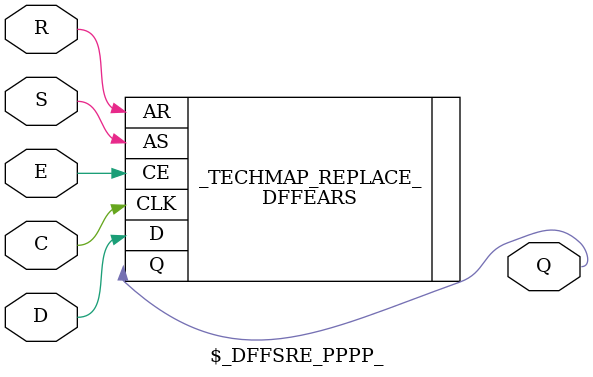
<source format=v>

module $_DLATCH_P_ (input E, input D, output Q);
    LATCH _TECHMAP_REPLACE_ (
        .D(D),
        .EN(E),
        .Q(Q),
        );
endmodule

// A negative enable D-type latch.
module $_DLATCH_N_ (input E, input D, output Q);
    LATCH _TECHMAP_REPLACE_ (
        .D(D),
        .EN(!E),
        .Q(Q),
        );
endmodule

// Yosys transparent d-type latches with one set or reset input
//    $_DLATCH_NN0_    (E, R, D, Q)
//    $_DLATCH_NN1_    (E, R, D, Q)
//    $_DLATCH_NP0_    (E, R, D, Q)
//    $_DLATCH_NP1_    (E, R, D, Q)
//    $_DLATCH_PN0_    (E, R, D, Q)
//    $_DLATCH_PN1_    (E, R, D, Q)
//    $_DLATCH_PP0_    (E, R, D, Q)
//    $_DLATCH_PP1_    (E, R, D, Q)

// A negative enable D-type latch with negative polarity reset.
module $_DLATCH_NN0_ (input E, input R, input D, output Q);
    LATCH _TECHMAP_REPLACE_ (
        .D(D),
        .EN(E),
        .AR(!R),
        .Q(Q),
        );
endmodule

// A negative enable D-type latch with negative polarity set.
module $_DLATCH_NN1_ (input E, input R, input D, output Q);
    LATCH _TECHMAP_REPLACE_ (
        .D(D),
        .EN(E),
        .AS(!R),
        .Q(Q),
        );
endmodule

// A negative enable D-type latch with positive polarity reset.
module $_DLATCH_NP0_ (input E, input R, input D, output Q);
    LATCH _TECHMAP_REPLACE_ (
        .D(D),
        .EN(!E),
        .AR(R),
        .Q(Q),
        );
endmodule

// A negative enable D-type latch with positive polarity set.
module $_DLATCH_NP1_ (input E, input R, input D, output Q);
    LATCH _TECHMAP_REPLACE_ (
        .D(D),
        .EN(!E),
        .AS(R),
        .Q(Q),
        );
endmodule

// A positive enable D-type latch with negative polarity reset.
module $_DLATCH_PN0_ (input E, input R, input D, output Q);
    LATCH _TECHMAP_REPLACE_ (
        .D(D),
        .EN(E),
        .AR(!R),
        .Q(Q),
        );
endmodule

//A positive enable D-type latch with negative polarity set.
module $_DLATCH_PN1_ (input E, input R, input D, output Q);
    LATCH _TECHMAP_REPLACE_ (
        .D(D),
        .EN(E),
        .AS(!R),
        .Q(Q),
        );
endmodule

// A positive enable D-type latch with positive polarity reset.
module $_DLATCH_PP0_ (input E, input R, input D, output Q);
    LATCH _TECHMAP_REPLACE_ (
        .D(D),
        .EN(E),
        .AR(R),
        .Q(Q),
        );
endmodule

// A positive enable D-type latch with positive polarity set.
module $_DLATCH_PP1_ (input E, input R, input D, output Q);
    LATCH _TECHMAP_REPLACE_ (
        .D(D),
        .EN(E),
        .AS(R),
        .Q(Q),
        );
endmodule

// Yosys transparent d-type latches with seperate set and resets inputs
//    $_DLATCHSR_NNN_  (E, S, R, D, Q)
//    $_DLATCHSR_NNP_  (E, S, R, D, Q)
//    $_DLATCHSR_NPN_  (E, S, R, D, Q)
//    $_DLATCHSR_NPP_  (E, S, R, D, Q)
//    $_DLATCHSR_PNN_  (E, S, R, D, Q)
//    $_DLATCHSR_PNP_  (E, S, R, D, Q)
//    $_DLATCHSR_PPN_  (E, S, R, D, Q)
//    $_DLATCHSR_PPP_  (E, S, R, D, Q)

// A negative enable D-type latch with negative polarity set and negative polarity reset.
module $_DLATCHSR_NNN_ (input E, input S, input R, input D, output Q);
    LATCH _TECHMAP_REPLACE_ (
        .D(D),
        .EN(!E),
        .AS(!S),
        .AR(!R),
        .Q(Q),
        );
endmodule

// A negative enable D-type latch with negative polarity set and positive polarity reset.
module $_DLATCHSR_NNP_ (input E, input S, input R, input D, output Q);
    LATCH _TECHMAP_REPLACE_ (
        .D(D),
        .EN(!E),
        .AS(!S),
        .AR(R),
        .Q(Q),
        );
endmodule

// A negative enable D-type latch with positive polarity set and negative polarity reset.
module $_DLATCHSR_NPN_ (input E, input S, input R, input D, output Q);
    LATCH _TECHMAP_REPLACE_ (
        .D(D),
        .EN(!E),
        .AS(S),
        .AR(!R),
        .Q(Q),
        );
endmodule

// A negative enable D-type latch with positive polarity set and positive polarity reset.
module $_DLATCHSR_NPP_ (input E, input S, input R, input D, output Q);
    LATCH _TECHMAP_REPLACE_ (
        .D(D),
        .EN(!E),
        .AS(S),
        .AR(R),
        .Q(Q),
        );
endmodule

// A positive enable D-type latch with negative polarity set and negative polarity reset.
module $_DLATCHSR_PNN_ (input E, input S, input R, input D, output Q);
    LATCH _TECHMAP_REPLACE_ (
        .D(D),
        .EN(E),
        .AS(!S),
        .AR(!R),
        .Q(Q),
        );
endmodule

// A positive enable D-type latch with negative polarity set and positive polarity reset.
module $_DLATCHSR_PNP_ (input E, input S, input R, input D, output Q);
    LATCH _TECHMAP_REPLACE_ (
        .D(D),
        .EN(E),
        .AS(!S),
        .AR(R),
        .Q(Q),
        );
endmodule

// A positive enable D-type latch with negative polarity set and positive polarity reset.
module $_DLATCHSR_PPN_ (input E, input S, input R, input D, output Q);
    LATCH _TECHMAP_REPLACE_ (
        .D(D),
        .EN(E),
        .AS(S),
        .AR(!R),
        .Q(Q),
        );
endmodule

// A positive enable D-type latch with positive polarity set and positive polarity reset.
module $_DLATCHSR_PPP_ (input E, input S, input R, input D, output Q);
    LATCH _TECHMAP_REPLACE_ (
        .D(D),
        .EN(E),
        .AS(S),
        .AR(R),
        .Q(Q),
        );
endmodule


// Yosys edge triggered d-type FFs with clock enable
//    $_DFFE_NN_       (D, C, E, Q)
//    $_DFFE_NP_       (D, C, E, Q)
//    $_DFFE_PN_       (D, C, E, Q)
//    $_DFFE_PP_       (D, C, E, Q)

// A negative edge D-type flip-flop with negative polarity enable.
module $_DFFE_NN_ (input D, input C, input E, output Q);
    DFFE _TECHMAP_REPLACE_ (
        .CLK(!C),
        .CE(!E),
        .D(D),
        .Q(Q),
        );
endmodule

// A negative edge D-type flip-flop with positive polarity enable.
module $_DFFE_NP_ (input D, input C, input E, output Q);
    DFFE _TECHMAP_REPLACE_ (
        .CLK(!C),
        .CE(E),
        .D(D),
        .Q(Q),
        );
endmodule

// A positive edge D-type flip-flop with negative polarity enable.
module $_DFFE_PN_ (input D, input C, input E, output Q);
    DFFE _TECHMAP_REPLACE_ (
        .CLK(C),
        .CE(!E),
        .D(D),
        .Q(Q),
        );
endmodule

// A positive edge D-type flip-flop with positive polarity enable.
module $_DFFE_PP_ (input D, input C, input E, output Q);
    DFFE _TECHMAP_REPLACE_ (
        .CLK(C),
        .CE(E),
        .D(D),
        .Q(Q),
        );
endmodule


// Yosys edge triggered d-type FFs with clock enable and one set or reset input
//    $_DFFE_NN0N_     (D, C, R, E, Q)
//    $_DFFE_NN0P_     (D, C, R, E, Q)
//    $_DFFE_NN1N_     (D, C, R, E, Q)
//    $_DFFE_NN1P_     (D, C, R, E, Q)
//    $_DFFE_NP0N_     (D, C, R, E, Q)
//    $_DFFE_NP0P_     (D, C, R, E, Q)
//    $_DFFE_NP1N_     (D, C, R, E, Q)
//    $_DFFE_NP1P_     (D, C, R, E, Q)
//    $_DFFE_PN0N_     (D, C, R, E, Q)
//    $_DFFE_PN0P_     (D, C, R, E, Q)
//    $_DFFE_PN1N_     (D, C, R, E, Q)
//    $_DFFE_PN1P_     (D, C, R, E, Q)
//    $_DFFE_PP0N_     (D, C, R, E, Q)
//    $_DFFE_PP0P_     (D, C, R, E, Q)
//    $_DFFE_PP1N_     (D, C, R, E, Q)
//    $_DFFE_PP1P_     (D, C, R, E, Q)

// A negative edge D-type flip-flop with negative polarity reset and
// positive polarity clock enable.
module $_DFFE_NN0P_ (input D, input C, input R, input E, output Q);
    DFFEARS _TECHMAP_REPLACE_ (
        .CLK(!C),
        .CE(E),
        .AR(!R),
        .AS(S),
        .D(D),
        .Q(Q),
        );
endmodule


// A positive edge D-type flip-flop with positive polarity set and
// positive polarity clock enable.
module $_DFFE_PP1P_ (input D, input C, input R, input E, output Q);
    DFFEARS _TECHMAP_REPLACE_ (
        .CLK(C),
        .CE(E),
        .AS(S),
        .D(D),
        .Q(Q),
        );
endmodule

// TODO: Add the other 14 flavours by inverting the control inputs

// Yosys edge triggered d-type FFs with clock enable and seperate set and resets inputs
//    $_DFFSRE_NNNN_   (C, S, R, E, D, Q)
//    $_DFFSRE_NNNP_   (C, S, R, E, D, Q)
//    $_DFFSRE_NNPN_   (C, S, R, E, D, Q)
//    $_DFFSRE_NNPP_   (C, S, R, E, D, Q)
//    $_DFFSRE_NPNN_   (C, S, R, E, D, Q)
//    $_DFFSRE_NPNP_   (C, S, R, E, D, Q)
//    $_DFFSRE_NPPN_   (C, S, R, E, D, Q)
//    $_DFFSRE_NPPP_   (C, S, R, E, D, Q)
//    $_DFFSRE_PNNN_   (C, S, R, E, D, Q)
//    $_DFFSRE_PNNP_   (C, S, R, E, D, Q)
//    $_DFFSRE_PNPN_   (C, S, R, E, D, Q)
//    $_DFFSRE_PNPP_   (C, S, R, E, D, Q)
//    $_DFFSRE_PPNN_   (C, S, R, E, D, Q)
//    $_DFFSRE_PPNP_   (C, S, R, E, D, Q)
//    $_DFFSRE_PPPN_   (C, S, R, E, D, Q)
//    $_DFFSRE_PPPP_   (C, S, R, E, D, Q)

// A positive edge D-type flip-flop with positive polarity set,
// positive polarity reset and positive polarity clock enable.
module $_DFFSRE_PPPP_ (input C, input S, input R, input E, input D, output Q);
    DFFEARS _TECHMAP_REPLACE_ (
        .CLK(C),
        .CE(E),
        .AR(R),
        .AS(S),
        .D(D),
        .Q(Q),
        );
endmodule

// TODO: Add the other 15 flavours by inverting the control inputs

</source>
